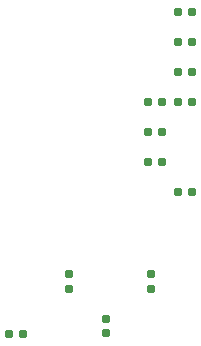
<source format=gbr>
%TF.GenerationSoftware,KiCad,Pcbnew,8.0.1*%
%TF.CreationDate,2024-08-15T18:35:28+01:00*%
%TF.ProjectId,ProjectALIENMainBoard,50726f6a-6563-4744-916c-69656e4d6169,1.0*%
%TF.SameCoordinates,Original*%
%TF.FileFunction,Paste,Top*%
%TF.FilePolarity,Positive*%
%FSLAX46Y46*%
G04 Gerber Fmt 4.6, Leading zero omitted, Abs format (unit mm)*
G04 Created by KiCad (PCBNEW 8.0.1) date 2024-08-15 18:35:28*
%MOMM*%
%LPD*%
G01*
G04 APERTURE LIST*
G04 Aperture macros list*
%AMRoundRect*
0 Rectangle with rounded corners*
0 $1 Rounding radius*
0 $2 $3 $4 $5 $6 $7 $8 $9 X,Y pos of 4 corners*
0 Add a 4 corners polygon primitive as box body*
4,1,4,$2,$3,$4,$5,$6,$7,$8,$9,$2,$3,0*
0 Add four circle primitives for the rounded corners*
1,1,$1+$1,$2,$3*
1,1,$1+$1,$4,$5*
1,1,$1+$1,$6,$7*
1,1,$1+$1,$8,$9*
0 Add four rect primitives between the rounded corners*
20,1,$1+$1,$2,$3,$4,$5,0*
20,1,$1+$1,$4,$5,$6,$7,0*
20,1,$1+$1,$6,$7,$8,$9,0*
20,1,$1+$1,$8,$9,$2,$3,0*%
G04 Aperture macros list end*
%ADD10RoundRect,0.160000X0.197500X0.160000X-0.197500X0.160000X-0.197500X-0.160000X0.197500X-0.160000X0*%
%ADD11RoundRect,0.160000X-0.197500X-0.160000X0.197500X-0.160000X0.197500X0.160000X-0.197500X0.160000X0*%
%ADD12RoundRect,0.160000X-0.160000X0.197500X-0.160000X-0.197500X0.160000X-0.197500X0.160000X0.197500X0*%
G04 APERTURE END LIST*
D10*
%TO.C,R6*%
X156807500Y-107950000D03*
X155612500Y-107950000D03*
%TD*%
%TO.C,R1*%
X142516899Y-132688321D03*
X141321899Y-132688321D03*
%TD*%
D11*
%TO.C,R11*%
X153072500Y-118110000D03*
X154267500Y-118110000D03*
%TD*%
%TO.C,R9*%
X153072500Y-113030000D03*
X154267500Y-113030000D03*
%TD*%
%TO.C,R10*%
X153072500Y-115570000D03*
X154267500Y-115570000D03*
%TD*%
D10*
%TO.C,R8*%
X156807500Y-113030000D03*
X155612500Y-113030000D03*
%TD*%
D12*
%TO.C,R3*%
X149539399Y-131418321D03*
X149539399Y-132613321D03*
%TD*%
D10*
%TO.C,R7*%
X156807500Y-110490000D03*
X155612500Y-110490000D03*
%TD*%
D12*
%TO.C,R4*%
X153349399Y-127645821D03*
X153349399Y-128840821D03*
%TD*%
D10*
%TO.C,R5*%
X156807500Y-105410000D03*
X155612500Y-105410000D03*
%TD*%
%TO.C,R12*%
X156807500Y-120650000D03*
X155612500Y-120650000D03*
%TD*%
D12*
%TO.C,R2*%
X146364399Y-127645821D03*
X146364399Y-128840821D03*
%TD*%
M02*

</source>
